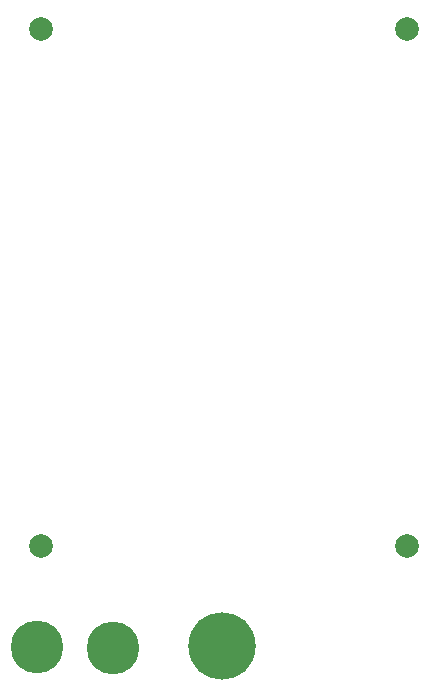
<source format=gbr>
G04 #@! TF.FileFunction,Soldermask,Bot*
%FSLAX46Y46*%
G04 Gerber Fmt 4.6, Leading zero omitted, Abs format (unit mm)*
G04 Created by KiCad (PCBNEW 4.0.5) date 04/03/17 22:13:47*
%MOMM*%
%LPD*%
G01*
G04 APERTURE LIST*
%ADD10C,0.100000*%
%ADD11C,2.000000*%
%ADD12C,4.464000*%
%ADD13C,5.700000*%
G04 APERTURE END LIST*
D10*
D11*
X93250000Y-123180000D03*
X93250000Y-79390000D03*
X124250000Y-123180000D03*
X124250000Y-79390000D03*
D12*
X92900000Y-131750000D03*
X99400000Y-131800000D03*
D13*
X108600000Y-131650000D03*
M02*

</source>
